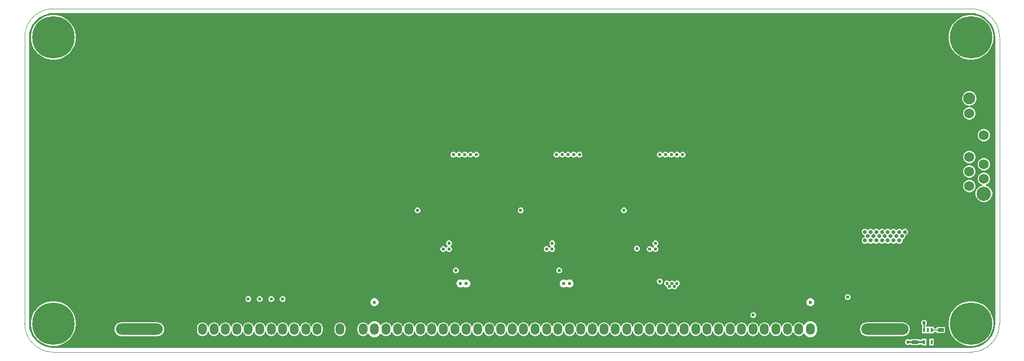
<source format=gtl>
G04*
G04 #@! TF.GenerationSoftware,Altium Limited,Altium Designer,23.4.1 (23)*
G04*
G04 Layer_Physical_Order=1*
G04 Layer_Color=39168*
%FSLAX44Y44*%
%MOMM*%
G71*
G04*
G04 #@! TF.SameCoordinates,58649B99-4679-472A-8ADD-EDA87348F3DE*
G04*
G04*
G04 #@! TF.FilePolarity,Positive*
G04*
G01*
G75*
%ADD11C,0.1000*%
%ADD16R,1.3500X0.6500*%
%ADD17R,0.3500X0.8000*%
%ADD18R,0.9906X0.6604*%
%ADD32C,0.2000*%
%ADD33C,0.3500*%
%ADD34C,1.5000*%
%ADD35C,7.4000*%
%ADD36C,2.1000*%
%ADD37C,1.7500*%
%ADD38C,2.5000*%
%ADD39O,2.2500X2.0000*%
%ADD40R,4.0000X2.0000*%
%ADD41O,1.5000X2.0000*%
%ADD42C,0.6000*%
%ADD43C,0.7000*%
G36*
X1650000Y592451D02*
Y592451D01*
X1651242Y592383D01*
X1655543Y592101D01*
X1660990Y591017D01*
X1666250Y589231D01*
X1671232Y586775D01*
X1675850Y583689D01*
X1680027Y580027D01*
X1683689Y575850D01*
X1686775Y571232D01*
X1689232Y566250D01*
X1691017Y560990D01*
X1692101Y555543D01*
X1692461Y550049D01*
X1692451Y550000D01*
Y50000D01*
X1692461Y49951D01*
X1692101Y44457D01*
X1691017Y39009D01*
X1689232Y33750D01*
X1686775Y28768D01*
X1683689Y24150D01*
X1680027Y19973D01*
X1675850Y16311D01*
X1671232Y13225D01*
X1666250Y10768D01*
X1660990Y8983D01*
X1655543Y7899D01*
X1650049Y7539D01*
X1650000Y7549D01*
X50000D01*
X49951Y7539D01*
X44457Y7899D01*
X39009Y8983D01*
X33750Y10768D01*
X28768Y13225D01*
X24150Y16311D01*
X19973Y19973D01*
X16311Y24150D01*
X13225Y28768D01*
X10769Y33750D01*
X8983Y39009D01*
X7899Y44457D01*
X7618Y48751D01*
X7549Y50000D01*
X7549Y50000D01*
X7549Y51255D01*
Y548737D01*
X7549Y548749D01*
X7549Y550000D01*
X7617Y551242D01*
X7899Y555543D01*
X8983Y560990D01*
X10769Y566250D01*
X13225Y571232D01*
X16311Y575850D01*
X19973Y580027D01*
X24150Y583689D01*
X28768Y586775D01*
X33750Y589231D01*
X39009Y591017D01*
X44457Y592101D01*
X48748Y592382D01*
X50000Y592451D01*
X50000Y592451D01*
X51251Y592451D01*
X1648742D01*
X1650000Y592451D01*
D02*
G37*
%LPC*%
G36*
X1653069Y589000D02*
X1646931D01*
X1640867Y588040D01*
X1635029Y586143D01*
X1629560Y583356D01*
X1624593Y579748D01*
X1620253Y575407D01*
X1616644Y570440D01*
X1613857Y564971D01*
X1611960Y559132D01*
X1611000Y553069D01*
Y546931D01*
X1611960Y540868D01*
X1613857Y535029D01*
X1616644Y529560D01*
X1620253Y524593D01*
X1624593Y520252D01*
X1629560Y516644D01*
X1635029Y513857D01*
X1640867Y511960D01*
X1646931Y511000D01*
X1653069D01*
X1659133Y511960D01*
X1664971Y513857D01*
X1670440Y516644D01*
X1675407Y520252D01*
X1679747Y524593D01*
X1683356Y529560D01*
X1686143Y535029D01*
X1688040Y540868D01*
X1689000Y546931D01*
Y553069D01*
X1688040Y559132D01*
X1686143Y564971D01*
X1683356Y570440D01*
X1679747Y575407D01*
X1675407Y579748D01*
X1670440Y583356D01*
X1664971Y586143D01*
X1659133Y588040D01*
X1653069Y589000D01*
D02*
G37*
G36*
X53069D02*
X46931D01*
X40868Y588040D01*
X35029Y586143D01*
X29560Y583356D01*
X24593Y579748D01*
X20252Y575407D01*
X16644Y570440D01*
X13857Y564971D01*
X11960Y559132D01*
X11000Y553069D01*
Y546931D01*
X11960Y540868D01*
X13857Y535029D01*
X16644Y529560D01*
X20252Y524593D01*
X24593Y520252D01*
X29560Y516644D01*
X35029Y513857D01*
X40868Y511960D01*
X46931Y511000D01*
X53069D01*
X59132Y511960D01*
X64971Y513857D01*
X70440Y516644D01*
X75407Y520252D01*
X79748Y524593D01*
X83356Y529560D01*
X86143Y535029D01*
X88040Y540868D01*
X89000Y546931D01*
Y553069D01*
X88040Y559132D01*
X86143Y564971D01*
X83356Y570440D01*
X79748Y575407D01*
X75407Y579748D01*
X70440Y583356D01*
X64971Y586143D01*
X59132Y588040D01*
X53069Y589000D01*
D02*
G37*
G36*
X1648946Y455650D02*
X1645654D01*
X1642475Y454798D01*
X1639625Y453153D01*
X1637298Y450825D01*
X1635652Y447975D01*
X1634800Y444796D01*
Y441504D01*
X1635652Y438325D01*
X1637298Y435475D01*
X1639625Y433148D01*
X1642475Y431502D01*
X1645654Y430650D01*
X1648946D01*
X1652125Y431502D01*
X1654975Y433148D01*
X1657303Y435475D01*
X1658948Y438325D01*
X1659800Y441504D01*
Y444796D01*
X1658948Y447975D01*
X1657303Y450825D01*
X1654975Y453153D01*
X1652125Y454798D01*
X1648946Y455650D01*
D02*
G37*
G36*
X1648715Y427900D02*
X1645885D01*
X1643151Y427167D01*
X1640699Y425752D01*
X1638698Y423751D01*
X1637283Y421299D01*
X1636550Y418565D01*
Y415735D01*
X1637283Y413001D01*
X1638698Y410549D01*
X1640699Y408548D01*
X1643151Y407133D01*
X1645885Y406400D01*
X1648715D01*
X1651449Y407133D01*
X1653901Y408548D01*
X1655902Y410549D01*
X1657317Y413001D01*
X1658050Y415735D01*
Y418565D01*
X1657317Y421299D01*
X1655902Y423751D01*
X1653901Y425752D01*
X1651449Y427167D01*
X1648715Y427900D01*
D02*
G37*
G36*
X1674115Y389800D02*
X1671285D01*
X1668551Y389067D01*
X1666099Y387652D01*
X1664098Y385651D01*
X1662683Y383199D01*
X1661950Y380465D01*
Y377635D01*
X1662683Y374901D01*
X1664098Y372449D01*
X1666099Y370448D01*
X1668551Y369033D01*
X1671285Y368300D01*
X1674115D01*
X1676849Y369033D01*
X1679301Y370448D01*
X1681302Y372449D01*
X1682717Y374901D01*
X1683450Y377635D01*
Y380465D01*
X1682717Y383199D01*
X1681302Y385651D01*
X1679301Y387652D01*
X1676849Y389067D01*
X1674115Y389800D01*
D02*
G37*
G36*
X1148494Y350000D02*
X1146505D01*
X1144668Y349239D01*
X1143261Y347832D01*
X1143135Y347528D01*
X1141865D01*
X1141739Y347832D01*
X1140332Y349239D01*
X1138494Y350000D01*
X1136505D01*
X1134668Y349239D01*
X1133261Y347832D01*
X1133135Y347528D01*
X1131865D01*
X1131739Y347832D01*
X1130332Y349239D01*
X1128494Y350000D01*
X1126505D01*
X1124668Y349239D01*
X1123261Y347832D01*
X1123187Y347654D01*
X1121813D01*
X1121739Y347832D01*
X1120332Y349239D01*
X1118494Y350000D01*
X1116505D01*
X1114668Y349239D01*
X1113261Y347832D01*
X1113187Y347654D01*
X1111813D01*
X1111739Y347832D01*
X1110332Y349239D01*
X1108494Y350000D01*
X1106505D01*
X1104668Y349239D01*
X1103261Y347832D01*
X1102500Y345995D01*
Y344006D01*
X1103261Y342168D01*
X1104668Y340761D01*
X1106505Y340000D01*
X1108494D01*
X1110332Y340761D01*
X1111739Y342168D01*
X1111813Y342346D01*
X1113187D01*
X1113261Y342168D01*
X1114668Y340761D01*
X1116505Y340000D01*
X1118494D01*
X1120332Y340761D01*
X1121739Y342168D01*
X1121813Y342346D01*
X1123187D01*
X1123261Y342168D01*
X1124668Y340761D01*
X1126505Y340000D01*
X1128494D01*
X1130332Y340761D01*
X1131739Y342168D01*
X1131865Y342472D01*
X1133135D01*
X1133261Y342168D01*
X1134668Y340761D01*
X1136505Y340000D01*
X1138494D01*
X1140332Y340761D01*
X1141739Y342168D01*
X1141865Y342472D01*
X1143135D01*
X1143261Y342168D01*
X1144668Y340761D01*
X1146505Y340000D01*
X1148494D01*
X1150332Y340761D01*
X1151739Y342168D01*
X1152500Y344006D01*
Y345995D01*
X1151739Y347832D01*
X1150332Y349239D01*
X1148494Y350000D01*
D02*
G37*
G36*
X968494Y350000D02*
X966505D01*
X964668Y349239D01*
X963261Y347832D01*
X963135Y347528D01*
X961865D01*
X961739Y347832D01*
X960332Y349239D01*
X958495Y350000D01*
X956506D01*
X954668Y349239D01*
X953261Y347832D01*
X953135Y347528D01*
X951865D01*
X951739Y347832D01*
X950332Y349239D01*
X948495Y350000D01*
X946506D01*
X944668Y349239D01*
X943261Y347832D01*
X943187Y347654D01*
X941813D01*
X941739Y347832D01*
X940332Y349239D01*
X938495Y350000D01*
X936506D01*
X934668Y349239D01*
X933261Y347832D01*
X933187Y347654D01*
X931813D01*
X931739Y347832D01*
X930332Y349239D01*
X928495Y350000D01*
X926506D01*
X924668Y349239D01*
X923261Y347832D01*
X922500Y345995D01*
Y344006D01*
X923261Y342168D01*
X924668Y340761D01*
X926506Y340000D01*
X928495D01*
X930332Y340761D01*
X931739Y342168D01*
X931813Y342346D01*
X933187D01*
X933261Y342168D01*
X934668Y340761D01*
X936506Y340000D01*
X938495D01*
X940332Y340761D01*
X941739Y342168D01*
X941813Y342346D01*
X943187D01*
X943261Y342168D01*
X944668Y340761D01*
X946506Y340000D01*
X948495D01*
X950332Y340761D01*
X951739Y342168D01*
X951865Y342472D01*
X953135D01*
X953261Y342168D01*
X954668Y340761D01*
X956506Y340000D01*
X958495D01*
X960332Y340761D01*
X961739Y342168D01*
X961865Y342472D01*
X963135D01*
X963261Y342168D01*
X964668Y340761D01*
X966505Y340000D01*
X968494D01*
X970332Y340761D01*
X971739Y342168D01*
X972500Y344006D01*
Y345995D01*
X971739Y347832D01*
X970332Y349239D01*
X968494Y350000D01*
D02*
G37*
G36*
X788494D02*
X786505D01*
X784668Y349239D01*
X783261Y347832D01*
X783135Y347528D01*
X781865D01*
X781739Y347832D01*
X780332Y349239D01*
X778495Y350000D01*
X776506D01*
X774668Y349239D01*
X773261Y347832D01*
X773135Y347528D01*
X771865D01*
X771739Y347832D01*
X770332Y349239D01*
X768495Y350000D01*
X766506D01*
X764668Y349239D01*
X763261Y347832D01*
X763187Y347654D01*
X761813D01*
X761739Y347832D01*
X760332Y349239D01*
X758495Y350000D01*
X756506D01*
X754668Y349239D01*
X753261Y347832D01*
X753187Y347654D01*
X751813D01*
X751739Y347832D01*
X750332Y349239D01*
X748495Y350000D01*
X746506D01*
X744668Y349239D01*
X743261Y347832D01*
X742500Y345995D01*
Y344006D01*
X743261Y342168D01*
X744668Y340761D01*
X746506Y340000D01*
X748495D01*
X750332Y340761D01*
X751739Y342168D01*
X751813Y342346D01*
X753187D01*
X753261Y342168D01*
X754668Y340761D01*
X756506Y340000D01*
X758495D01*
X760332Y340761D01*
X761739Y342168D01*
X761813Y342346D01*
X763187D01*
X763261Y342168D01*
X764668Y340761D01*
X766506Y340000D01*
X768495D01*
X770332Y340761D01*
X771739Y342168D01*
X771865Y342472D01*
X773135D01*
X773261Y342168D01*
X774668Y340761D01*
X776506Y340000D01*
X778495D01*
X780332Y340761D01*
X781739Y342168D01*
X781865Y342472D01*
X783135D01*
X783261Y342168D01*
X784668Y340761D01*
X786505Y340000D01*
X788494D01*
X790332Y340761D01*
X791739Y342168D01*
X792500Y344006D01*
Y345995D01*
X791739Y347832D01*
X790332Y349239D01*
X788494Y350000D01*
D02*
G37*
G36*
X1648715Y351700D02*
X1645885D01*
X1643151Y350967D01*
X1640699Y349552D01*
X1638698Y347551D01*
X1637283Y345099D01*
X1636550Y342365D01*
Y339535D01*
X1637283Y336801D01*
X1638698Y334349D01*
X1640699Y332348D01*
X1643151Y330933D01*
X1645885Y330200D01*
X1648715D01*
X1651449Y330933D01*
X1653901Y332348D01*
X1655902Y334349D01*
X1657317Y336801D01*
X1658050Y339535D01*
Y342365D01*
X1657317Y345099D01*
X1655902Y347551D01*
X1653901Y349552D01*
X1651449Y350967D01*
X1648715Y351700D01*
D02*
G37*
G36*
X1674115Y339000D02*
X1671285D01*
X1668551Y338267D01*
X1666099Y336852D01*
X1664098Y334851D01*
X1662683Y332399D01*
X1661950Y329665D01*
Y326835D01*
X1662683Y324101D01*
X1664098Y321649D01*
X1666099Y319648D01*
X1668551Y318233D01*
X1671285Y317500D01*
X1674115D01*
X1676849Y318233D01*
X1679301Y319648D01*
X1681302Y321649D01*
X1682717Y324101D01*
X1683450Y326835D01*
Y329665D01*
X1682717Y332399D01*
X1681302Y334851D01*
X1679301Y336852D01*
X1676849Y338267D01*
X1674115Y339000D01*
D02*
G37*
G36*
X1648715Y326300D02*
X1645885D01*
X1643151Y325567D01*
X1640699Y324152D01*
X1638698Y322151D01*
X1637283Y319699D01*
X1636550Y316965D01*
Y314135D01*
X1637283Y311401D01*
X1638698Y308949D01*
X1640699Y306948D01*
X1643151Y305533D01*
X1645885Y304800D01*
X1648715D01*
X1651449Y305533D01*
X1653901Y306948D01*
X1655902Y308949D01*
X1657317Y311401D01*
X1658050Y314135D01*
Y316965D01*
X1657317Y319699D01*
X1655902Y322151D01*
X1653901Y324152D01*
X1651449Y325567D01*
X1648715Y326300D01*
D02*
G37*
G36*
Y300900D02*
X1645885D01*
X1643151Y300167D01*
X1640699Y298752D01*
X1638698Y296751D01*
X1637283Y294299D01*
X1636550Y291565D01*
Y288735D01*
X1637283Y286001D01*
X1638698Y283549D01*
X1640699Y281548D01*
X1643151Y280133D01*
X1645885Y279400D01*
X1648715D01*
X1651449Y280133D01*
X1653901Y281548D01*
X1655902Y283549D01*
X1657317Y286001D01*
X1658050Y288735D01*
Y291565D01*
X1657317Y294299D01*
X1655902Y296751D01*
X1653901Y298752D01*
X1651449Y300167D01*
X1648715Y300900D01*
D02*
G37*
G36*
X1674115Y313600D02*
X1671285D01*
X1668551Y312867D01*
X1666099Y311452D01*
X1664098Y309451D01*
X1662683Y306999D01*
X1661950Y304265D01*
Y301435D01*
X1662683Y298701D01*
X1664098Y296249D01*
X1666099Y294248D01*
X1668551Y292833D01*
X1669984Y292449D01*
Y291134D01*
X1667103Y290362D01*
X1663797Y288453D01*
X1661097Y285753D01*
X1659188Y282447D01*
X1658200Y278759D01*
Y274941D01*
X1659188Y271253D01*
X1661097Y267947D01*
X1663797Y265247D01*
X1667103Y263338D01*
X1670791Y262350D01*
X1674609D01*
X1678297Y263338D01*
X1681603Y265247D01*
X1684303Y267947D01*
X1686212Y271253D01*
X1687200Y274941D01*
Y278759D01*
X1686212Y282447D01*
X1684303Y285753D01*
X1681603Y288453D01*
X1678297Y290362D01*
X1675416Y291134D01*
Y292449D01*
X1676849Y292833D01*
X1679301Y294248D01*
X1681302Y296249D01*
X1682717Y298701D01*
X1683450Y301435D01*
Y304265D01*
X1682717Y306999D01*
X1681302Y309451D01*
X1679301Y311452D01*
X1676849Y312867D01*
X1674115Y313600D01*
D02*
G37*
G36*
X1045994Y252500D02*
X1044005D01*
X1042168Y251739D01*
X1040761Y250332D01*
X1040000Y248495D01*
Y246506D01*
X1040761Y244668D01*
X1042168Y243261D01*
X1044005Y242500D01*
X1045994D01*
X1047832Y243261D01*
X1049239Y244668D01*
X1050000Y246506D01*
Y248495D01*
X1049239Y250332D01*
X1047832Y251739D01*
X1045994Y252500D01*
D02*
G37*
G36*
X865995Y252500D02*
X864005D01*
X862168Y251739D01*
X860761Y250332D01*
X860000Y248495D01*
Y246506D01*
X860761Y244668D01*
X862168Y243261D01*
X864005Y242500D01*
X865995D01*
X867832Y243261D01*
X869239Y244668D01*
X870000Y246506D01*
Y248495D01*
X869239Y250332D01*
X867832Y251739D01*
X865995Y252500D01*
D02*
G37*
G36*
X685995D02*
X684005D01*
X682168Y251739D01*
X680761Y250332D01*
X680000Y248495D01*
Y246506D01*
X680761Y244668D01*
X682168Y243261D01*
X684005Y242500D01*
X685995D01*
X687832Y243261D01*
X689239Y244668D01*
X690000Y246506D01*
Y248495D01*
X689239Y250332D01*
X687832Y251739D01*
X685995Y252500D01*
D02*
G37*
G36*
X1536094Y215500D02*
X1533906D01*
X1531884Y214663D01*
X1530830Y213608D01*
X1530000Y213258D01*
X1529170Y213608D01*
X1528116Y214663D01*
X1526094Y215500D01*
X1523906D01*
X1521884Y214663D01*
X1520830Y213608D01*
X1520000Y213258D01*
X1519170Y213608D01*
X1518116Y214663D01*
X1516094Y215500D01*
X1513906D01*
X1511884Y214663D01*
X1510830Y213608D01*
X1510000Y213258D01*
X1509170Y213608D01*
X1508116Y214663D01*
X1506094Y215500D01*
X1503906D01*
X1501884Y214663D01*
X1500830Y213608D01*
X1500000Y213258D01*
X1499170Y213608D01*
X1498116Y214663D01*
X1496094Y215500D01*
X1493906D01*
X1491884Y214663D01*
X1490830Y213608D01*
X1490000Y213258D01*
X1489170Y213608D01*
X1488116Y214663D01*
X1486094Y215500D01*
X1483906D01*
X1481884Y214663D01*
X1480830Y213608D01*
X1480000Y213258D01*
X1479170Y213608D01*
X1478116Y214663D01*
X1476094Y215500D01*
X1473906D01*
X1471884Y214663D01*
X1470830Y213608D01*
X1470000Y213258D01*
X1469170Y213608D01*
X1468116Y214663D01*
X1466094Y215500D01*
X1463906D01*
X1461884Y214663D01*
X1460337Y213116D01*
X1459500Y211094D01*
Y208906D01*
X1460337Y206884D01*
X1461884Y205337D01*
X1463906Y204500D01*
X1464504Y203605D01*
X1464500Y203594D01*
Y201406D01*
X1463789Y200452D01*
X1461884Y199663D01*
X1460337Y198116D01*
X1459500Y196094D01*
Y193906D01*
X1460337Y191884D01*
X1461884Y190337D01*
X1463906Y189500D01*
X1466094D01*
X1468116Y190337D01*
X1469170Y191392D01*
X1470000Y191742D01*
X1470830Y191392D01*
X1471884Y190337D01*
X1473906Y189500D01*
X1476094D01*
X1478116Y190337D01*
X1479170Y191392D01*
X1480000Y191742D01*
X1480830Y191392D01*
X1481884Y190337D01*
X1483906Y189500D01*
X1486094D01*
X1488116Y190337D01*
X1489170Y191392D01*
X1490000Y191742D01*
X1490830Y191392D01*
X1491884Y190337D01*
X1493906Y189500D01*
X1496094D01*
X1498116Y190337D01*
X1499170Y191392D01*
X1500000Y191742D01*
X1500830Y191392D01*
X1501884Y190337D01*
X1503906Y189500D01*
X1506094D01*
X1508116Y190337D01*
X1509170Y191392D01*
X1510000Y191742D01*
X1510830Y191392D01*
X1511884Y190337D01*
X1513906Y189500D01*
X1516094D01*
X1518116Y190337D01*
X1519170Y191392D01*
X1520000Y191742D01*
X1520830Y191392D01*
X1521884Y190337D01*
X1523906Y189500D01*
X1526094D01*
X1528116Y190337D01*
X1529663Y191884D01*
X1530500Y193906D01*
Y196094D01*
X1531211Y197048D01*
X1533116Y197837D01*
X1534663Y199384D01*
X1535500Y201406D01*
Y203594D01*
X1536211Y204548D01*
X1538116Y205337D01*
X1539663Y206884D01*
X1540500Y208906D01*
Y211094D01*
X1539663Y213116D01*
X1538116Y214663D01*
X1536094Y215500D01*
D02*
G37*
G36*
X1100994Y195000D02*
X1099005D01*
X1097168Y194239D01*
X1095761Y192832D01*
X1095000Y190995D01*
Y189006D01*
X1095761Y187168D01*
X1097168Y185761D01*
X1097346Y185687D01*
Y184313D01*
X1097168Y184239D01*
X1095761Y182832D01*
X1095635Y182528D01*
X1094365D01*
X1094239Y182832D01*
X1092832Y184239D01*
X1090994Y185000D01*
X1089005D01*
X1087168Y184239D01*
X1085761Y182832D01*
X1085000Y180995D01*
Y179006D01*
X1085761Y177168D01*
X1087168Y175761D01*
X1089005Y175000D01*
X1090994D01*
X1092832Y175761D01*
X1094239Y177168D01*
X1094365Y177472D01*
X1095635D01*
X1095761Y177168D01*
X1097168Y175761D01*
X1099005Y175000D01*
X1100994D01*
X1102832Y175761D01*
X1104239Y177168D01*
X1105000Y179006D01*
Y180995D01*
X1104239Y182832D01*
X1102832Y184239D01*
X1102654Y184313D01*
Y185687D01*
X1102832Y185761D01*
X1104239Y187168D01*
X1105000Y189006D01*
Y190995D01*
X1104239Y192832D01*
X1102832Y194239D01*
X1100994Y195000D01*
D02*
G37*
G36*
X920995Y195000D02*
X919005D01*
X917168Y194239D01*
X915761Y192832D01*
X915000Y190995D01*
Y189006D01*
X915761Y187168D01*
X917168Y185761D01*
X917346Y185687D01*
Y184313D01*
X917168Y184239D01*
X915761Y182832D01*
X915635Y182528D01*
X914365D01*
X914239Y182832D01*
X912832Y184239D01*
X910995Y185000D01*
X909005D01*
X907168Y184239D01*
X905761Y182832D01*
X905000Y180995D01*
Y179005D01*
X905761Y177168D01*
X907168Y175761D01*
X909005Y175000D01*
X910995D01*
X912832Y175761D01*
X914239Y177168D01*
X914365Y177472D01*
X915635D01*
X915761Y177168D01*
X917168Y175761D01*
X919005Y175000D01*
X920994D01*
X922832Y175761D01*
X924239Y177168D01*
X925000Y179006D01*
Y180995D01*
X924239Y182832D01*
X922832Y184239D01*
X922654Y184313D01*
Y185687D01*
X922832Y185761D01*
X924239Y187168D01*
X925000Y189006D01*
Y190995D01*
X924239Y192832D01*
X922832Y194239D01*
X920995Y195000D01*
D02*
G37*
G36*
X740995D02*
X739005D01*
X737168Y194239D01*
X735761Y192832D01*
X735000Y190995D01*
Y189006D01*
X735761Y187168D01*
X737168Y185761D01*
X737346Y185687D01*
Y184313D01*
X737168Y184239D01*
X735761Y182832D01*
X735635Y182528D01*
X734365D01*
X734239Y182832D01*
X732832Y184239D01*
X730995Y185000D01*
X729006D01*
X727168Y184239D01*
X725761Y182832D01*
X725000Y180995D01*
Y179005D01*
X725761Y177168D01*
X727168Y175761D01*
X729006Y175000D01*
X730995D01*
X732832Y175761D01*
X734239Y177168D01*
X734365Y177472D01*
X735635D01*
X735761Y177168D01*
X737168Y175761D01*
X739005Y175000D01*
X740994D01*
X742832Y175761D01*
X744239Y177168D01*
X745000Y179006D01*
Y180995D01*
X744239Y182832D01*
X742832Y184239D01*
X742654Y184313D01*
Y185687D01*
X742832Y185761D01*
X744239Y187168D01*
X745000Y189006D01*
Y190995D01*
X744239Y192832D01*
X742832Y194239D01*
X740995Y195000D01*
D02*
G37*
G36*
X1068493Y186000D02*
X1066504D01*
X1064666Y185239D01*
X1063259Y183832D01*
X1062498Y181995D01*
Y180006D01*
X1063259Y178168D01*
X1064666Y176761D01*
X1066504Y176000D01*
X1068493D01*
X1070331Y176761D01*
X1071737Y178168D01*
X1072498Y180006D01*
Y181995D01*
X1071737Y183832D01*
X1070331Y185239D01*
X1068493Y186000D01*
D02*
G37*
G36*
X933000Y147500D02*
X931011D01*
X929174Y146739D01*
X927767Y145332D01*
X927006Y143495D01*
Y141505D01*
X927767Y139668D01*
X929174Y138261D01*
X931011Y137500D01*
X933000D01*
X934838Y138261D01*
X936245Y139668D01*
X937006Y141505D01*
Y143495D01*
X936245Y145332D01*
X934838Y146739D01*
X933000Y147500D01*
D02*
G37*
G36*
X753001D02*
X751011D01*
X749174Y146739D01*
X747767Y145332D01*
X747006Y143495D01*
Y141505D01*
X747767Y139668D01*
X749174Y138261D01*
X751011Y137500D01*
X753001D01*
X754838Y138261D01*
X756245Y139668D01*
X757006Y141505D01*
Y143495D01*
X756245Y145332D01*
X754838Y146739D01*
X753001Y147500D01*
D02*
G37*
G36*
X950922Y127000D02*
X949078D01*
X947298Y126523D01*
X945702Y125601D01*
X945000Y124900D01*
X944298Y125601D01*
X942702Y126523D01*
X940922Y127000D01*
X939078D01*
X937298Y126523D01*
X935702Y125601D01*
X934399Y124298D01*
X933477Y122702D01*
X933000Y120922D01*
Y119078D01*
X933477Y117298D01*
X934399Y115702D01*
X935702Y114399D01*
X937298Y113477D01*
X939078Y113000D01*
X940922D01*
X942702Y113477D01*
X944298Y114399D01*
X945000Y115100D01*
X945702Y114399D01*
X947298Y113477D01*
X949078Y113000D01*
X950922D01*
X952702Y113477D01*
X954298Y114399D01*
X955601Y115702D01*
X956523Y117298D01*
X957000Y119079D01*
Y120922D01*
X956523Y122702D01*
X955601Y124298D01*
X954298Y125601D01*
X952702Y126523D01*
X950922Y127000D01*
D02*
G37*
G36*
X770922D02*
X769078D01*
X767298Y126523D01*
X765702Y125601D01*
X765000Y124900D01*
X764298Y125601D01*
X762702Y126523D01*
X760922Y127000D01*
X759078D01*
X757298Y126523D01*
X755702Y125601D01*
X754399Y124298D01*
X753477Y122702D01*
X753000Y120922D01*
Y119078D01*
X753477Y117298D01*
X754399Y115702D01*
X755702Y114399D01*
X757298Y113477D01*
X759078Y113000D01*
X760922D01*
X762702Y113477D01*
X764298Y114399D01*
X765000Y115100D01*
X765702Y114399D01*
X767298Y113477D01*
X769078Y113000D01*
X770922D01*
X772702Y113477D01*
X774298Y114399D01*
X775601Y115702D01*
X776523Y117298D01*
X777000Y119079D01*
Y120922D01*
X776523Y122702D01*
X775601Y124298D01*
X774298Y125601D01*
X772702Y126523D01*
X770922Y127000D01*
D02*
G37*
G36*
X1138494Y125000D02*
X1136505D01*
X1134668Y124239D01*
X1133955Y123526D01*
X1133125Y122930D01*
X1132295Y123526D01*
X1131582Y124239D01*
X1129744Y125000D01*
X1127755D01*
X1125918Y124239D01*
X1125205Y123526D01*
X1124375Y122930D01*
X1123545Y123526D01*
X1122832Y124239D01*
X1120995Y125000D01*
X1119005D01*
X1117168Y124239D01*
X1115761Y122832D01*
X1115000Y120995D01*
Y119005D01*
X1115761Y117168D01*
X1117168Y115761D01*
X1119005Y115000D01*
X1119375D01*
Y113755D01*
X1120136Y111918D01*
X1121543Y110511D01*
X1123380Y109750D01*
X1125369D01*
X1127207Y110511D01*
X1127920Y111224D01*
X1128750Y111820D01*
X1129580Y111224D01*
X1130293Y110511D01*
X1132130Y109750D01*
X1134119D01*
X1135957Y110511D01*
X1137364Y111918D01*
X1138125Y113755D01*
Y115000D01*
X1138494D01*
X1140332Y115761D01*
X1141739Y117168D01*
X1142500Y119005D01*
Y120995D01*
X1141739Y122832D01*
X1140332Y124239D01*
X1138494Y125000D01*
D02*
G37*
G36*
X1108501Y128500D02*
X1106511D01*
X1104674Y127739D01*
X1103267Y126333D01*
X1102506Y124495D01*
Y122506D01*
X1103267Y120668D01*
X1104674Y119262D01*
X1106511Y118500D01*
X1108501D01*
X1110338Y119262D01*
X1111745Y120668D01*
X1112506Y122506D01*
Y124495D01*
X1111745Y126333D01*
X1110338Y127739D01*
X1108501Y128500D01*
D02*
G37*
G36*
X1435995Y100994D02*
X1434005D01*
X1432168Y100233D01*
X1430761Y98826D01*
X1430000Y96989D01*
Y94999D01*
X1430761Y93162D01*
X1432168Y91755D01*
X1434005Y90994D01*
X1435995D01*
X1437832Y91755D01*
X1439239Y93162D01*
X1440000Y94999D01*
Y96989D01*
X1439239Y98826D01*
X1437832Y100233D01*
X1435995Y100994D01*
D02*
G37*
G36*
X450995Y97500D02*
X449006D01*
X447168Y96739D01*
X445761Y95332D01*
X445000Y93495D01*
Y91505D01*
X445761Y89668D01*
X447168Y88261D01*
X449006Y87500D01*
X450995D01*
X452832Y88261D01*
X454239Y89668D01*
X455000Y91505D01*
Y93495D01*
X454239Y95332D01*
X452832Y96739D01*
X450995Y97500D01*
D02*
G37*
G36*
X430994D02*
X429005D01*
X427168Y96739D01*
X425761Y95332D01*
X425000Y93495D01*
Y91505D01*
X425761Y89668D01*
X427168Y88261D01*
X429005Y87500D01*
X430994D01*
X432832Y88261D01*
X434239Y89668D01*
X435000Y91505D01*
Y93495D01*
X434239Y95332D01*
X432832Y96739D01*
X430994Y97500D01*
D02*
G37*
G36*
X410994D02*
X409005D01*
X407168Y96739D01*
X405761Y95332D01*
X405000Y93495D01*
Y91505D01*
X405761Y89668D01*
X407168Y88261D01*
X409005Y87500D01*
X410994D01*
X412832Y88261D01*
X414239Y89668D01*
X415000Y91505D01*
Y93495D01*
X414239Y95332D01*
X412832Y96739D01*
X410994Y97500D01*
D02*
G37*
G36*
X390995Y97500D02*
X389006D01*
X387168Y96739D01*
X385761Y95332D01*
X385000Y93495D01*
Y91505D01*
X385761Y89668D01*
X387168Y88261D01*
X389006Y87500D01*
X390995D01*
X392832Y88261D01*
X394239Y89668D01*
X395000Y91505D01*
Y93495D01*
X394239Y95332D01*
X392832Y96739D01*
X390995Y97500D01*
D02*
G37*
G36*
X1370921Y94253D02*
X1369078D01*
X1367298Y93776D01*
X1365702Y92854D01*
X1364399Y91551D01*
X1363477Y89955D01*
X1363000Y88175D01*
Y86332D01*
X1363477Y84551D01*
X1364399Y82955D01*
X1365702Y81652D01*
X1367298Y80730D01*
X1369078Y80253D01*
X1370921D01*
X1372702Y80730D01*
X1374298Y81652D01*
X1375601Y82955D01*
X1376523Y84551D01*
X1377000Y86332D01*
Y88175D01*
X1376523Y89955D01*
X1375601Y91551D01*
X1374298Y92854D01*
X1372702Y93776D01*
X1370921Y94253D01*
D02*
G37*
G36*
X610922D02*
X609078D01*
X607298Y93776D01*
X605702Y92854D01*
X604399Y91551D01*
X603477Y89955D01*
X603000Y88175D01*
Y86332D01*
X603477Y84551D01*
X604399Y82955D01*
X605702Y81652D01*
X607298Y80730D01*
X609078Y80253D01*
X610922D01*
X612702Y80730D01*
X614298Y81652D01*
X615601Y82955D01*
X616523Y84551D01*
X617000Y86332D01*
Y88175D01*
X616523Y89955D01*
X615601Y91551D01*
X614298Y92854D01*
X612702Y93776D01*
X610922Y94253D01*
D02*
G37*
G36*
X1271487Y69508D02*
X1269497D01*
X1267660Y68747D01*
X1266253Y67340D01*
X1265492Y65503D01*
Y63513D01*
X1266253Y61676D01*
X1267660Y60269D01*
X1269497Y59508D01*
X1271487D01*
X1273324Y60269D01*
X1274731Y61676D01*
X1275492Y63513D01*
Y65503D01*
X1274731Y67340D01*
X1273324Y68747D01*
X1271487Y69508D01*
D02*
G37*
G36*
X231250Y52104D02*
X228750D01*
X227964Y52000D01*
X188000D01*
Y52000D01*
X172037D01*
X171250Y52104D01*
X168750D01*
X165617Y51691D01*
X162698Y50482D01*
X160191Y48559D01*
X158268Y46052D01*
X157059Y43133D01*
X156646Y40000D01*
X157059Y36867D01*
X158268Y33948D01*
X160191Y31442D01*
X162698Y29518D01*
X165617Y28309D01*
X168750Y27896D01*
X171250D01*
X172037Y28000D01*
X212000D01*
Y28000D01*
X227964D01*
X228750Y27896D01*
X231250D01*
X234383Y28309D01*
X237302Y29518D01*
X239809Y31442D01*
X241732Y33948D01*
X242941Y36867D01*
X243354Y40000D01*
X242941Y43133D01*
X241732Y46052D01*
X239809Y48559D01*
X237302Y50482D01*
X234383Y51691D01*
X231250Y52104D01*
D02*
G37*
G36*
X1531250D02*
X1528750D01*
X1527964Y52000D01*
X1488000D01*
Y52000D01*
X1472037D01*
X1471250Y52104D01*
X1468750D01*
X1465617Y51691D01*
X1462698Y50482D01*
X1460191Y48559D01*
X1458268Y46052D01*
X1457059Y43133D01*
X1456647Y40000D01*
X1457059Y36867D01*
X1458268Y33948D01*
X1460191Y31442D01*
X1462698Y29518D01*
X1465617Y28309D01*
X1468750Y27896D01*
X1471250D01*
X1472037Y28000D01*
X1512000D01*
Y28000D01*
X1527963D01*
X1528750Y27896D01*
X1531250D01*
X1534383Y28309D01*
X1537302Y29518D01*
X1539809Y31442D01*
X1541732Y33948D01*
X1542941Y36867D01*
X1543354Y40000D01*
X1542941Y43133D01*
X1541732Y46052D01*
X1539809Y48559D01*
X1537302Y50482D01*
X1534383Y51691D01*
X1531250Y52104D01*
D02*
G37*
G36*
X1370001Y54099D02*
X1366998Y53704D01*
X1364201Y52545D01*
X1361799Y50702D01*
X1359955Y48300D01*
X1359538Y47291D01*
X1359215D01*
X1358211Y47406D01*
X1356776Y49275D01*
X1354792Y50798D01*
X1352481Y51755D01*
X1350001Y52082D01*
X1347521Y51755D01*
X1345210Y50798D01*
X1343225Y49275D01*
X1341702Y47291D01*
X1340745Y44980D01*
X1340641Y44190D01*
X1339360D01*
X1339256Y44980D01*
X1338299Y47291D01*
X1336776Y49275D01*
X1334792Y50798D01*
X1332481Y51755D01*
X1330001Y52082D01*
X1327521Y51755D01*
X1325210Y50798D01*
X1323225Y49275D01*
X1321702Y47291D01*
X1320745Y44980D01*
X1320641Y44189D01*
X1319360D01*
X1319256Y44980D01*
X1318299Y47291D01*
X1316776Y49275D01*
X1314792Y50798D01*
X1312480Y51755D01*
X1310000Y52082D01*
X1307520Y51755D01*
X1305210Y50798D01*
X1303225Y49275D01*
X1301702Y47291D01*
X1300745Y44980D01*
X1300641Y44190D01*
X1299360D01*
X1299256Y44980D01*
X1298299Y47291D01*
X1296776Y49275D01*
X1294792Y50798D01*
X1292481Y51755D01*
X1290001Y52082D01*
X1287521Y51755D01*
X1285210Y50798D01*
X1283225Y49275D01*
X1281702Y47291D01*
X1280745Y44980D01*
X1280641Y44189D01*
X1279360D01*
X1279256Y44980D01*
X1278299Y47291D01*
X1276776Y49275D01*
X1274791Y50798D01*
X1272480Y51755D01*
X1270001Y52082D01*
X1267521Y51755D01*
X1265210Y50798D01*
X1263225Y49275D01*
X1261702Y47291D01*
X1260745Y44980D01*
X1260641Y44189D01*
X1259360D01*
X1259256Y44980D01*
X1258299Y47291D01*
X1256776Y49275D01*
X1254791Y50798D01*
X1252480Y51755D01*
X1250001Y52082D01*
X1247521Y51755D01*
X1245210Y50798D01*
X1243225Y49275D01*
X1241702Y47291D01*
X1240745Y44980D01*
X1240641Y44190D01*
X1239360D01*
X1239256Y44980D01*
X1238299Y47291D01*
X1236776Y49275D01*
X1234791Y50798D01*
X1232480Y51755D01*
X1230001Y52082D01*
X1227521Y51755D01*
X1225210Y50798D01*
X1223225Y49275D01*
X1221702Y47291D01*
X1220745Y44980D01*
X1220641Y44189D01*
X1219360D01*
X1219256Y44980D01*
X1218299Y47291D01*
X1216776Y49275D01*
X1214791Y50798D01*
X1212480Y51755D01*
X1210001Y52082D01*
X1207521Y51755D01*
X1205210Y50798D01*
X1203225Y49275D01*
X1201702Y47291D01*
X1200745Y44980D01*
X1200641Y44190D01*
X1199360D01*
X1199256Y44980D01*
X1198299Y47291D01*
X1196776Y49275D01*
X1194791Y50798D01*
X1192480Y51755D01*
X1190001Y52082D01*
X1187521Y51755D01*
X1185210Y50798D01*
X1183225Y49275D01*
X1181702Y47291D01*
X1180745Y44980D01*
X1180641Y44190D01*
X1179360D01*
X1179256Y44980D01*
X1178299Y47291D01*
X1176776Y49275D01*
X1174791Y50798D01*
X1172480Y51755D01*
X1170001Y52082D01*
X1167521Y51755D01*
X1165210Y50798D01*
X1163225Y49275D01*
X1161702Y47291D01*
X1160745Y44980D01*
X1160641Y44190D01*
X1159360D01*
X1159256Y44980D01*
X1158299Y47291D01*
X1156776Y49275D01*
X1154791Y50798D01*
X1152480Y51755D01*
X1150001Y52082D01*
X1147521Y51755D01*
X1145210Y50798D01*
X1143225Y49275D01*
X1141702Y47291D01*
X1140745Y44980D01*
X1140641Y44189D01*
X1139360D01*
X1139256Y44980D01*
X1138299Y47291D01*
X1136776Y49275D01*
X1134791Y50798D01*
X1132480Y51755D01*
X1130001Y52082D01*
X1127521Y51755D01*
X1125210Y50798D01*
X1123225Y49275D01*
X1121702Y47291D01*
X1120745Y44980D01*
X1120641Y44190D01*
X1119360D01*
X1119256Y44980D01*
X1118299Y47291D01*
X1116776Y49275D01*
X1114791Y50798D01*
X1112480Y51755D01*
X1110000Y52082D01*
X1107521Y51755D01*
X1105210Y50798D01*
X1103225Y49275D01*
X1101702Y47291D01*
X1100745Y44980D01*
X1100641Y44189D01*
X1099360D01*
X1099256Y44980D01*
X1098299Y47291D01*
X1096776Y49275D01*
X1094791Y50798D01*
X1092480Y51755D01*
X1090000Y52082D01*
X1087520Y51755D01*
X1085209Y50798D01*
X1083225Y49275D01*
X1081702Y47291D01*
X1080745Y44980D01*
X1080641Y44190D01*
X1079360D01*
X1079256Y44980D01*
X1078299Y47291D01*
X1076776Y49275D01*
X1074791Y50798D01*
X1072480Y51755D01*
X1070001Y52082D01*
X1067521Y51755D01*
X1065210Y50798D01*
X1063225Y49275D01*
X1061702Y47291D01*
X1060745Y44980D01*
X1060641Y44189D01*
X1059360D01*
X1059256Y44980D01*
X1058299Y47291D01*
X1056776Y49275D01*
X1054791Y50798D01*
X1052480Y51755D01*
X1050000Y52082D01*
X1047520Y51755D01*
X1045209Y50798D01*
X1043225Y49275D01*
X1041702Y47291D01*
X1040745Y44980D01*
X1040641Y44190D01*
X1039360D01*
X1039256Y44980D01*
X1038299Y47291D01*
X1036776Y49275D01*
X1034791Y50798D01*
X1032480Y51755D01*
X1030001Y52082D01*
X1027521Y51755D01*
X1025210Y50798D01*
X1023225Y49275D01*
X1021702Y47291D01*
X1020745Y44980D01*
X1020641Y44190D01*
X1019360D01*
X1019256Y44980D01*
X1018299Y47291D01*
X1016776Y49275D01*
X1014791Y50798D01*
X1012480Y51755D01*
X1010000Y52082D01*
X1007521Y51755D01*
X1005210Y50798D01*
X1003225Y49275D01*
X1001702Y47291D01*
X1000745Y44980D01*
X1000641Y44189D01*
X999360D01*
X999256Y44980D01*
X998299Y47291D01*
X996776Y49275D01*
X994791Y50798D01*
X992480Y51755D01*
X990000Y52082D01*
X987520Y51755D01*
X985209Y50798D01*
X983225Y49275D01*
X981702Y47291D01*
X980745Y44980D01*
X980641Y44190D01*
X979360D01*
X979256Y44980D01*
X978299Y47291D01*
X976776Y49276D01*
X974791Y50798D01*
X972480Y51756D01*
X970000Y52082D01*
X967521Y51756D01*
X965210Y50798D01*
X963225Y49276D01*
X961702Y47291D01*
X960745Y44980D01*
X960641Y44189D01*
X959360D01*
X959256Y44980D01*
X958299Y47291D01*
X956776Y49275D01*
X954791Y50798D01*
X952480Y51755D01*
X950000Y52082D01*
X947520Y51755D01*
X945209Y50798D01*
X943225Y49275D01*
X941702Y47291D01*
X940745Y44980D01*
X940641Y44190D01*
X939360D01*
X939256Y44980D01*
X938299Y47291D01*
X936776Y49275D01*
X934791Y50798D01*
X932480Y51755D01*
X930000Y52082D01*
X927520Y51755D01*
X925209Y50798D01*
X923225Y49275D01*
X921702Y47291D01*
X920745Y44980D01*
X920641Y44189D01*
X919360D01*
X919256Y44980D01*
X918298Y47291D01*
X916776Y49275D01*
X914791Y50798D01*
X912480Y51755D01*
X910000Y52082D01*
X907520Y51755D01*
X905209Y50798D01*
X903225Y49275D01*
X901702Y47291D01*
X900745Y44980D01*
X900641Y44190D01*
X899360D01*
X899256Y44980D01*
X898298Y47291D01*
X896776Y49275D01*
X894791Y50798D01*
X892480Y51755D01*
X890000Y52082D01*
X887520Y51755D01*
X885209Y50798D01*
X883225Y49275D01*
X881702Y47291D01*
X880745Y44980D01*
X880641Y44189D01*
X879360D01*
X879256Y44980D01*
X878298Y47291D01*
X876776Y49275D01*
X874791Y50798D01*
X872480Y51755D01*
X870000Y52082D01*
X867520Y51755D01*
X865209Y50798D01*
X863225Y49275D01*
X861702Y47291D01*
X860745Y44980D01*
X860641Y44190D01*
X859360D01*
X859256Y44980D01*
X858298Y47291D01*
X856776Y49275D01*
X854791Y50798D01*
X852480Y51755D01*
X850000Y52082D01*
X847520Y51755D01*
X845209Y50798D01*
X843225Y49275D01*
X841702Y47291D01*
X840745Y44980D01*
X840641Y44189D01*
X839360D01*
X839256Y44980D01*
X838298Y47291D01*
X836776Y49275D01*
X834791Y50798D01*
X832480Y51755D01*
X830000Y52082D01*
X827520Y51755D01*
X825209Y50798D01*
X823225Y49275D01*
X821702Y47291D01*
X820745Y44980D01*
X820641Y44190D01*
X819360D01*
X819256Y44980D01*
X818298Y47291D01*
X816776Y49275D01*
X814791Y50798D01*
X812480Y51755D01*
X810000Y52082D01*
X807520Y51755D01*
X805209Y50798D01*
X803225Y49275D01*
X801702Y47291D01*
X800745Y44980D01*
X800641Y44190D01*
X799360D01*
X799256Y44980D01*
X798298Y47291D01*
X796776Y49275D01*
X794791Y50798D01*
X792480Y51755D01*
X790000Y52082D01*
X787520Y51755D01*
X785209Y50798D01*
X783225Y49275D01*
X781702Y47291D01*
X780745Y44980D01*
X780641Y44189D01*
X779360D01*
X779256Y44980D01*
X778298Y47291D01*
X776776Y49275D01*
X774791Y50798D01*
X772480Y51755D01*
X770000Y52082D01*
X767520Y51755D01*
X765209Y50798D01*
X763225Y49275D01*
X761702Y47291D01*
X760745Y44980D01*
X760641Y44190D01*
X759360D01*
X759256Y44980D01*
X758298Y47291D01*
X756776Y49275D01*
X754791Y50798D01*
X752480Y51755D01*
X750000Y52082D01*
X747520Y51755D01*
X745209Y50798D01*
X743225Y49275D01*
X741702Y47291D01*
X740745Y44980D01*
X740641Y44190D01*
X739360D01*
X739256Y44980D01*
X738298Y47291D01*
X736776Y49275D01*
X734791Y50798D01*
X732480Y51755D01*
X730000Y52082D01*
X727520Y51755D01*
X725209Y50798D01*
X723225Y49275D01*
X721702Y47291D01*
X720745Y44980D01*
X720641Y44190D01*
X719360D01*
X719256Y44980D01*
X718298Y47291D01*
X716776Y49275D01*
X714791Y50798D01*
X712480Y51755D01*
X710000Y52082D01*
X707520Y51755D01*
X705209Y50798D01*
X703225Y49275D01*
X701702Y47291D01*
X700745Y44980D01*
X700641Y44189D01*
X699360D01*
X699256Y44980D01*
X698298Y47291D01*
X696776Y49275D01*
X694791Y50798D01*
X692480Y51755D01*
X690000Y52082D01*
X687520Y51755D01*
X685209Y50798D01*
X683225Y49275D01*
X681702Y47291D01*
X680745Y44980D01*
X680641Y44190D01*
X679360D01*
X679256Y44980D01*
X678298Y47291D01*
X676776Y49275D01*
X674791Y50798D01*
X672480Y51755D01*
X670000Y52082D01*
X667520Y51755D01*
X665209Y50798D01*
X663225Y49275D01*
X661702Y47291D01*
X660745Y44980D01*
X660641Y44190D01*
X659360D01*
X659256Y44980D01*
X658298Y47291D01*
X656776Y49275D01*
X654791Y50798D01*
X652480Y51755D01*
X650000Y52082D01*
X647520Y51755D01*
X645209Y50798D01*
X643225Y49275D01*
X641702Y47291D01*
X640745Y44980D01*
X640641Y44190D01*
X639360D01*
X639256Y44980D01*
X638298Y47291D01*
X636776Y49275D01*
X634791Y50798D01*
X632480Y51755D01*
X630000Y52082D01*
X627520Y51755D01*
X625209Y50798D01*
X623225Y49275D01*
X621790Y47406D01*
X620787Y47291D01*
X620463D01*
X620045Y48300D01*
X618202Y50702D01*
X615800Y52545D01*
X613002Y53704D01*
X610000Y54099D01*
X606998Y53704D01*
X604201Y52545D01*
X601798Y50702D01*
X599955Y48300D01*
X599537Y47291D01*
X599215D01*
X598210Y47406D01*
X596776Y49275D01*
X594791Y50798D01*
X592480Y51755D01*
X590000Y52082D01*
X587520Y51755D01*
X585209Y50798D01*
X583225Y49275D01*
X581702Y47291D01*
X580745Y44980D01*
X580418Y42500D01*
Y37500D01*
X580745Y35020D01*
X581702Y32709D01*
X583225Y30724D01*
X585209Y29202D01*
X587520Y28245D01*
X590000Y27918D01*
X592480Y28245D01*
X594791Y29202D01*
X596776Y30724D01*
X598210Y32594D01*
X599215Y32709D01*
X599537D01*
X599955Y31700D01*
X601798Y29298D01*
X604201Y27455D01*
X606998Y26296D01*
X610000Y25901D01*
X613002Y26296D01*
X615800Y27455D01*
X618202Y29298D01*
X620045Y31700D01*
X620463Y32709D01*
X620786D01*
X621790Y32594D01*
X623225Y30725D01*
X625209Y29202D01*
X627520Y28245D01*
X630000Y27918D01*
X632480Y28245D01*
X634791Y29202D01*
X636776Y30725D01*
X638298Y32709D01*
X639256Y35020D01*
X639360Y35810D01*
X640641D01*
X640745Y35020D01*
X641702Y32709D01*
X643225Y30724D01*
X645209Y29202D01*
X647520Y28245D01*
X650000Y27918D01*
X652480Y28245D01*
X654791Y29202D01*
X656776Y30724D01*
X658298Y32709D01*
X659256Y35020D01*
X659360Y35810D01*
X660641D01*
X660745Y35020D01*
X661702Y32709D01*
X663225Y30724D01*
X665209Y29202D01*
X667520Y28245D01*
X670000Y27918D01*
X672480Y28245D01*
X674791Y29202D01*
X676776Y30724D01*
X678298Y32709D01*
X679256Y35020D01*
X679360Y35810D01*
X680641D01*
X680745Y35020D01*
X681702Y32709D01*
X683225Y30725D01*
X685209Y29202D01*
X687520Y28245D01*
X690000Y27918D01*
X692480Y28245D01*
X694791Y29202D01*
X696776Y30725D01*
X698298Y32709D01*
X699256Y35020D01*
X699360Y35811D01*
X700641D01*
X700745Y35020D01*
X701702Y32709D01*
X703225Y30724D01*
X705209Y29202D01*
X707520Y28245D01*
X710000Y27918D01*
X712480Y28245D01*
X714791Y29202D01*
X716776Y30724D01*
X718298Y32709D01*
X719256Y35020D01*
X719360Y35810D01*
X720641D01*
X720745Y35020D01*
X721702Y32709D01*
X723225Y30724D01*
X725209Y29202D01*
X727520Y28245D01*
X730000Y27918D01*
X732480Y28245D01*
X734791Y29202D01*
X736776Y30724D01*
X738298Y32709D01*
X739256Y35020D01*
X739360Y35810D01*
X740641D01*
X740745Y35020D01*
X741702Y32709D01*
X743225Y30725D01*
X745209Y29202D01*
X747520Y28245D01*
X750000Y27918D01*
X752480Y28245D01*
X754791Y29202D01*
X756776Y30725D01*
X758298Y32709D01*
X759256Y35020D01*
X759360Y35810D01*
X760641D01*
X760745Y35020D01*
X761702Y32709D01*
X763225Y30724D01*
X765209Y29202D01*
X767520Y28245D01*
X770000Y27918D01*
X772480Y28245D01*
X774791Y29202D01*
X776776Y30724D01*
X778298Y32709D01*
X779256Y35020D01*
X779360Y35811D01*
X780641D01*
X780745Y35020D01*
X781702Y32709D01*
X783225Y30725D01*
X785209Y29202D01*
X787520Y28245D01*
X790000Y27918D01*
X792480Y28245D01*
X794791Y29202D01*
X796776Y30725D01*
X798298Y32709D01*
X799256Y35020D01*
X799360Y35810D01*
X800641D01*
X800745Y35020D01*
X801702Y32709D01*
X803225Y30725D01*
X805209Y29202D01*
X807520Y28245D01*
X810000Y27918D01*
X812480Y28245D01*
X814791Y29202D01*
X816776Y30725D01*
X818298Y32709D01*
X819256Y35020D01*
X819360Y35810D01*
X820641D01*
X820745Y35020D01*
X821702Y32709D01*
X823225Y30724D01*
X825209Y29202D01*
X827520Y28244D01*
X830000Y27918D01*
X832480Y28244D01*
X834791Y29202D01*
X836776Y30724D01*
X838298Y32709D01*
X839256Y35020D01*
X839360Y35810D01*
X840641D01*
X840745Y35020D01*
X841702Y32709D01*
X843225Y30724D01*
X845209Y29202D01*
X847520Y28245D01*
X850000Y27918D01*
X852480Y28245D01*
X854791Y29202D01*
X856776Y30724D01*
X858298Y32709D01*
X859256Y35020D01*
X859360Y35810D01*
X860641D01*
X860745Y35020D01*
X861702Y32709D01*
X863225Y30724D01*
X865209Y29202D01*
X867520Y28244D01*
X870000Y27918D01*
X872480Y28244D01*
X874791Y29202D01*
X876776Y30724D01*
X878298Y32709D01*
X879256Y35020D01*
X879360Y35810D01*
X880641D01*
X880745Y35020D01*
X881702Y32709D01*
X883225Y30725D01*
X885209Y29202D01*
X887520Y28245D01*
X890000Y27918D01*
X892480Y28245D01*
X894791Y29202D01*
X896776Y30725D01*
X898298Y32709D01*
X899256Y35020D01*
X899360Y35810D01*
X900641D01*
X900745Y35020D01*
X901702Y32709D01*
X903225Y30725D01*
X905209Y29202D01*
X907520Y28245D01*
X910000Y27918D01*
X912480Y28245D01*
X914791Y29202D01*
X916776Y30725D01*
X918298Y32709D01*
X919256Y35020D01*
X919360Y35811D01*
X920641D01*
X920745Y35020D01*
X921702Y32709D01*
X923225Y30724D01*
X925209Y29202D01*
X927520Y28244D01*
X930000Y27918D01*
X932480Y28244D01*
X934791Y29202D01*
X936776Y30724D01*
X938299Y32709D01*
X939256Y35020D01*
X939360Y35810D01*
X940641D01*
X940745Y35020D01*
X941702Y32709D01*
X943225Y30724D01*
X945209Y29202D01*
X947520Y28245D01*
X950000Y27918D01*
X952480Y28245D01*
X954791Y29202D01*
X956776Y30724D01*
X958299Y32709D01*
X959256Y35020D01*
X959360Y35811D01*
X960641D01*
X960745Y35020D01*
X961702Y32709D01*
X963225Y30725D01*
X965210Y29202D01*
X967521Y28245D01*
X970000Y27918D01*
X972480Y28245D01*
X974791Y29202D01*
X976776Y30725D01*
X978299Y32709D01*
X979256Y35020D01*
X979360Y35810D01*
X980641D01*
X980745Y35020D01*
X981702Y32709D01*
X983225Y30725D01*
X985209Y29202D01*
X987520Y28245D01*
X990000Y27918D01*
X992480Y28245D01*
X994791Y29202D01*
X996776Y30725D01*
X998299Y32709D01*
X999256Y35020D01*
X999360Y35811D01*
X1000641D01*
X1000745Y35020D01*
X1001702Y32709D01*
X1003225Y30724D01*
X1005210Y29202D01*
X1007521Y28245D01*
X1010000Y27918D01*
X1012480Y28245D01*
X1014791Y29202D01*
X1016776Y30724D01*
X1018299Y32709D01*
X1019256Y35020D01*
X1019360Y35810D01*
X1020641D01*
X1020745Y35020D01*
X1021702Y32709D01*
X1023225Y30724D01*
X1025210Y29202D01*
X1027521Y28245D01*
X1030001Y27918D01*
X1032480Y28245D01*
X1034791Y29202D01*
X1036776Y30724D01*
X1038299Y32709D01*
X1039256Y35020D01*
X1039360Y35810D01*
X1040641D01*
X1040745Y35020D01*
X1041702Y32709D01*
X1043225Y30724D01*
X1045209Y29202D01*
X1047520Y28245D01*
X1050000Y27918D01*
X1052480Y28245D01*
X1054791Y29202D01*
X1056776Y30724D01*
X1058299Y32709D01*
X1059256Y35020D01*
X1059360Y35811D01*
X1060641D01*
X1060745Y35020D01*
X1061702Y32709D01*
X1063225Y30725D01*
X1065210Y29202D01*
X1067521Y28245D01*
X1070001Y27918D01*
X1072480Y28245D01*
X1074791Y29202D01*
X1076776Y30725D01*
X1078299Y32709D01*
X1079256Y35020D01*
X1079360Y35810D01*
X1080641D01*
X1080745Y35020D01*
X1081702Y32709D01*
X1083225Y30724D01*
X1085209Y29202D01*
X1087520Y28245D01*
X1090000Y27918D01*
X1092480Y28245D01*
X1094791Y29202D01*
X1096776Y30724D01*
X1098299Y32709D01*
X1099256Y35020D01*
X1099360Y35811D01*
X1100641D01*
X1100745Y35020D01*
X1101702Y32709D01*
X1103225Y30724D01*
X1105210Y29202D01*
X1107521Y28245D01*
X1110000Y27918D01*
X1112480Y28245D01*
X1114791Y29202D01*
X1116776Y30724D01*
X1118299Y32709D01*
X1119256Y35020D01*
X1119360Y35810D01*
X1120641D01*
X1120745Y35020D01*
X1121702Y32709D01*
X1123225Y30725D01*
X1125210Y29202D01*
X1127521Y28245D01*
X1130001Y27918D01*
X1132480Y28245D01*
X1134791Y29202D01*
X1136776Y30725D01*
X1138299Y32709D01*
X1139256Y35020D01*
X1139360Y35811D01*
X1140641D01*
X1140745Y35020D01*
X1141702Y32709D01*
X1143225Y30724D01*
X1145210Y29202D01*
X1147521Y28245D01*
X1150001Y27918D01*
X1152480Y28245D01*
X1154791Y29202D01*
X1156776Y30724D01*
X1158299Y32709D01*
X1159256Y35020D01*
X1159360Y35810D01*
X1160641D01*
X1160745Y35020D01*
X1161702Y32709D01*
X1163225Y30724D01*
X1165210Y29202D01*
X1167521Y28245D01*
X1170001Y27918D01*
X1172480Y28245D01*
X1174791Y29202D01*
X1176776Y30724D01*
X1178299Y32709D01*
X1179256Y35020D01*
X1179360Y35810D01*
X1180641D01*
X1180745Y35020D01*
X1181702Y32709D01*
X1183225Y30725D01*
X1185210Y29202D01*
X1187521Y28245D01*
X1190001Y27918D01*
X1192480Y28245D01*
X1194791Y29202D01*
X1196776Y30725D01*
X1198299Y32709D01*
X1199256Y35020D01*
X1199360Y35810D01*
X1200641D01*
X1200745Y35020D01*
X1201702Y32709D01*
X1203225Y30724D01*
X1205210Y29202D01*
X1207521Y28245D01*
X1210001Y27918D01*
X1212480Y28245D01*
X1214791Y29202D01*
X1216776Y30724D01*
X1218299Y32709D01*
X1219256Y35020D01*
X1219360Y35811D01*
X1220641D01*
X1220745Y35020D01*
X1221702Y32709D01*
X1223225Y30725D01*
X1225210Y29202D01*
X1227521Y28245D01*
X1230001Y27918D01*
X1232480Y28245D01*
X1234791Y29202D01*
X1236776Y30725D01*
X1238299Y32709D01*
X1239256Y35020D01*
X1239360Y35810D01*
X1240641D01*
X1240745Y35020D01*
X1241702Y32709D01*
X1243225Y30725D01*
X1245210Y29202D01*
X1247521Y28245D01*
X1250001Y27918D01*
X1252480Y28245D01*
X1254791Y29202D01*
X1256776Y30725D01*
X1258299Y32709D01*
X1259256Y35020D01*
X1259360Y35811D01*
X1260641D01*
X1260745Y35020D01*
X1261702Y32709D01*
X1263225Y30724D01*
X1265210Y29202D01*
X1267521Y28245D01*
X1270001Y27918D01*
X1272480Y28245D01*
X1274791Y29202D01*
X1276776Y30724D01*
X1278299Y32709D01*
X1279256Y35020D01*
X1279360Y35811D01*
X1280641D01*
X1280745Y35020D01*
X1281702Y32709D01*
X1283225Y30724D01*
X1285210Y29202D01*
X1287521Y28245D01*
X1290001Y27918D01*
X1292481Y28245D01*
X1294792Y29202D01*
X1296776Y30724D01*
X1298299Y32709D01*
X1299256Y35020D01*
X1299360Y35810D01*
X1300641D01*
X1300745Y35020D01*
X1301702Y32709D01*
X1303225Y30724D01*
X1305210Y29202D01*
X1307520Y28245D01*
X1310000Y27918D01*
X1312480Y28245D01*
X1314792Y29202D01*
X1316776Y30724D01*
X1318299Y32709D01*
X1319256Y35020D01*
X1319360Y35811D01*
X1320641D01*
X1320745Y35020D01*
X1321702Y32709D01*
X1323225Y30725D01*
X1325210Y29202D01*
X1327521Y28245D01*
X1330001Y27918D01*
X1332481Y28245D01*
X1334792Y29202D01*
X1336776Y30725D01*
X1338299Y32709D01*
X1339256Y35020D01*
X1339360Y35810D01*
X1340641D01*
X1340745Y35020D01*
X1341702Y32709D01*
X1343225Y30725D01*
X1345210Y29202D01*
X1347521Y28245D01*
X1350001Y27918D01*
X1352481Y28245D01*
X1354792Y29202D01*
X1356776Y30725D01*
X1358210Y32594D01*
X1359216Y32709D01*
X1359538D01*
X1359955Y31700D01*
X1361799Y29298D01*
X1364201Y27455D01*
X1366998Y26296D01*
X1370001Y25901D01*
X1373003Y26296D01*
X1375800Y27455D01*
X1378203Y29298D01*
X1380046Y31700D01*
X1381205Y34498D01*
X1381600Y37500D01*
Y42500D01*
X1381205Y45502D01*
X1380046Y48300D01*
X1378203Y50702D01*
X1375800Y52545D01*
X1373003Y53704D01*
X1370001Y54099D01*
D02*
G37*
G36*
X410000Y52082D02*
X407520Y51755D01*
X405209Y50798D01*
X403225Y49275D01*
X401702Y47291D01*
X400745Y44980D01*
X400641Y44190D01*
X399360D01*
X399256Y44980D01*
X398298Y47291D01*
X396776Y49275D01*
X394791Y50798D01*
X392480Y51755D01*
X390000Y52082D01*
X387520Y51755D01*
X385209Y50798D01*
X383225Y49275D01*
X381702Y47291D01*
X380745Y44980D01*
X380641Y44189D01*
X379360D01*
X379255Y44980D01*
X378298Y47291D01*
X376776Y49275D01*
X374791Y50798D01*
X372480Y51755D01*
X370000Y52082D01*
X367520Y51755D01*
X365209Y50798D01*
X363225Y49275D01*
X361702Y47291D01*
X360745Y44980D01*
X360640Y44190D01*
X359360D01*
X359255Y44980D01*
X358298Y47291D01*
X356776Y49275D01*
X354791Y50798D01*
X352480Y51755D01*
X350000Y52082D01*
X347520Y51755D01*
X345209Y50798D01*
X343225Y49275D01*
X341702Y47291D01*
X340745Y44980D01*
X340640Y44190D01*
X339360D01*
X339255Y44980D01*
X338298Y47291D01*
X336776Y49275D01*
X334791Y50798D01*
X332480Y51755D01*
X330000Y52082D01*
X327520Y51755D01*
X325209Y50798D01*
X323225Y49275D01*
X321702Y47291D01*
X320745Y44980D01*
X320640Y44189D01*
X319359D01*
X319255Y44980D01*
X318298Y47291D01*
X316775Y49275D01*
X314791Y50798D01*
X312480Y51755D01*
X310000Y52082D01*
X307520Y51755D01*
X305209Y50798D01*
X303225Y49275D01*
X301702Y47291D01*
X300744Y44980D01*
X300418Y42500D01*
Y37500D01*
X300744Y35020D01*
X301702Y32709D01*
X303225Y30724D01*
X305209Y29202D01*
X307520Y28245D01*
X310000Y27918D01*
X312480Y28245D01*
X314791Y29202D01*
X316775Y30724D01*
X318298Y32709D01*
X319255Y35020D01*
X319359Y35810D01*
X320640D01*
X320745Y35020D01*
X321702Y32709D01*
X323225Y30724D01*
X325209Y29202D01*
X327520Y28245D01*
X330000Y27918D01*
X332480Y28245D01*
X334791Y29202D01*
X336776Y30724D01*
X338298Y32709D01*
X339255Y35020D01*
X339360Y35810D01*
X340640D01*
X340745Y35020D01*
X341702Y32709D01*
X343225Y30724D01*
X345209Y29202D01*
X347520Y28245D01*
X350000Y27918D01*
X352480Y28245D01*
X354791Y29202D01*
X356776Y30724D01*
X358298Y32709D01*
X359255Y35020D01*
X359360Y35810D01*
X360640D01*
X360745Y35020D01*
X361702Y32709D01*
X363225Y30725D01*
X365209Y29202D01*
X367520Y28245D01*
X370000Y27918D01*
X372480Y28245D01*
X374791Y29202D01*
X376776Y30725D01*
X378298Y32709D01*
X379255Y35020D01*
X379360Y35811D01*
X380641D01*
X380745Y35020D01*
X381702Y32709D01*
X383225Y30724D01*
X385209Y29202D01*
X387520Y28245D01*
X390000Y27918D01*
X392480Y28245D01*
X394791Y29202D01*
X396776Y30724D01*
X398298Y32709D01*
X399256Y35020D01*
X399360Y35810D01*
X400641D01*
X400745Y35020D01*
X401702Y32709D01*
X403225Y30725D01*
X405209Y29202D01*
X407520Y28245D01*
X410000Y27918D01*
X412480Y28245D01*
X414791Y29202D01*
X416776Y30725D01*
X418298Y32709D01*
X419255Y35020D01*
X419360Y35810D01*
X420640D01*
X420745Y35020D01*
X421702Y32709D01*
X423225Y30724D01*
X425209Y29202D01*
X427520Y28245D01*
X430000Y27918D01*
X432480Y28245D01*
X434791Y29202D01*
X436776Y30724D01*
X438298Y32709D01*
X439255Y35020D01*
X439360Y35811D01*
X440640D01*
X440745Y35020D01*
X441702Y32709D01*
X443225Y30724D01*
X445209Y29202D01*
X447520Y28245D01*
X450000Y27918D01*
X452480Y28245D01*
X454791Y29202D01*
X456776Y30724D01*
X458298Y32709D01*
X459255Y35020D01*
X459360Y35811D01*
X460641D01*
X460745Y35020D01*
X461702Y32709D01*
X463225Y30725D01*
X465209Y29202D01*
X467520Y28245D01*
X470000Y27918D01*
X472480Y28245D01*
X474791Y29202D01*
X476776Y30725D01*
X478298Y32709D01*
X479256Y35020D01*
X479360Y35811D01*
X480641D01*
X480745Y35020D01*
X481702Y32709D01*
X483225Y30724D01*
X485209Y29202D01*
X487520Y28245D01*
X490000Y27918D01*
X492480Y28245D01*
X494791Y29202D01*
X496776Y30724D01*
X498298Y32709D01*
X499256Y35020D01*
X499360Y35810D01*
X500641D01*
X500745Y35020D01*
X501702Y32709D01*
X503225Y30724D01*
X505209Y29202D01*
X507520Y28245D01*
X510000Y27918D01*
X512480Y28245D01*
X514791Y29202D01*
X516776Y30724D01*
X518298Y32709D01*
X519256Y35020D01*
X519582Y37500D01*
Y42500D01*
X519256Y44980D01*
X518298Y47291D01*
X516776Y49275D01*
X514791Y50798D01*
X512480Y51755D01*
X510000Y52082D01*
X507520Y51755D01*
X505209Y50798D01*
X503225Y49275D01*
X501702Y47291D01*
X500745Y44980D01*
X500641Y44190D01*
X499360D01*
X499256Y44980D01*
X498298Y47291D01*
X496776Y49275D01*
X494791Y50798D01*
X492480Y51755D01*
X490000Y52082D01*
X487520Y51755D01*
X485209Y50798D01*
X483225Y49275D01*
X481702Y47291D01*
X480745Y44980D01*
X480641Y44189D01*
X479360D01*
X479256Y44980D01*
X478298Y47291D01*
X476776Y49275D01*
X474791Y50798D01*
X472480Y51755D01*
X470000Y52082D01*
X467520Y51755D01*
X465209Y50798D01*
X463225Y49275D01*
X461702Y47291D01*
X460745Y44980D01*
X460641Y44189D01*
X459360D01*
X459255Y44980D01*
X458298Y47291D01*
X456776Y49275D01*
X454791Y50798D01*
X452480Y51755D01*
X450000Y52082D01*
X447520Y51755D01*
X445209Y50798D01*
X443225Y49275D01*
X441702Y47291D01*
X440745Y44980D01*
X440640Y44189D01*
X439360D01*
X439255Y44980D01*
X438298Y47291D01*
X436776Y49275D01*
X434791Y50798D01*
X432480Y51755D01*
X430000Y52082D01*
X427520Y51755D01*
X425209Y50798D01*
X423225Y49275D01*
X421702Y47291D01*
X420745Y44980D01*
X420640Y44190D01*
X419360D01*
X419255Y44980D01*
X418298Y47291D01*
X416776Y49275D01*
X414791Y50798D01*
X412480Y51755D01*
X410000Y52082D01*
D02*
G37*
G36*
X1569494Y56000D02*
X1567505D01*
X1565668Y55239D01*
X1564261Y53832D01*
X1563500Y51995D01*
Y50005D01*
X1564261Y48168D01*
X1564514Y47915D01*
X1564695Y47665D01*
X1564860Y47404D01*
X1565003Y47141D01*
X1565124Y46878D01*
X1565226Y46611D01*
X1565310Y46340D01*
X1565375Y46062D01*
X1565421Y45776D01*
X1565422Y45770D01*
X1564933Y44500D01*
X1564750D01*
Y42513D01*
X1564741Y42470D01*
X1564750Y42426D01*
Y32500D01*
X1585250D01*
Y35441D01*
X1590547D01*
Y33198D01*
X1604453D01*
Y43802D01*
X1590547D01*
Y41559D01*
X1585250D01*
Y44500D01*
X1572067D01*
X1571578Y45770D01*
X1571578Y45776D01*
X1571625Y46062D01*
X1571690Y46340D01*
X1571774Y46611D01*
X1571876Y46878D01*
X1571997Y47142D01*
X1572140Y47403D01*
X1572305Y47665D01*
X1572486Y47915D01*
X1572739Y48168D01*
X1573500Y50005D01*
Y51995D01*
X1572739Y53832D01*
X1571332Y55239D01*
X1569494Y56000D01*
D02*
G37*
G36*
X550000Y52082D02*
X547520Y51755D01*
X545209Y50798D01*
X543225Y49275D01*
X541702Y47291D01*
X540745Y44980D01*
X540418Y42500D01*
Y37500D01*
X540745Y35020D01*
X541702Y32709D01*
X543225Y30724D01*
X545209Y29202D01*
X547520Y28245D01*
X550000Y27918D01*
X552480Y28245D01*
X554791Y29202D01*
X556776Y30724D01*
X558298Y32709D01*
X559255Y35020D01*
X559582Y37500D01*
Y42500D01*
X559255Y44980D01*
X558298Y47291D01*
X556776Y49275D01*
X554791Y50798D01*
X552480Y51755D01*
X550000Y52082D01*
D02*
G37*
G36*
X1572250Y23500D02*
X1564750D01*
Y21430D01*
X1564651Y21403D01*
X1564296Y21345D01*
X1564054Y21323D01*
X1560088D01*
X1559887Y21339D01*
X1559517Y21393D01*
X1559453Y21407D01*
Y22802D01*
X1557466D01*
X1557422Y22811D01*
X1557379Y22802D01*
X1547621D01*
X1547578Y22811D01*
X1547534Y22802D01*
X1545547D01*
Y21522D01*
X1544309Y21329D01*
X1543756Y21377D01*
X1543491Y21416D01*
X1543267Y21461D01*
X1543109Y21504D01*
X1543043Y21528D01*
X1542832Y21739D01*
X1540995Y22500D01*
X1539005D01*
X1537168Y21739D01*
X1535761Y20332D01*
X1535000Y18495D01*
Y16505D01*
X1535761Y14668D01*
X1537168Y13261D01*
X1539005Y12500D01*
X1540995D01*
X1542832Y13261D01*
X1543043Y13472D01*
X1543109Y13496D01*
X1543267Y13539D01*
X1543491Y13584D01*
X1543739Y13621D01*
X1544305Y13659D01*
X1545547Y12938D01*
Y12198D01*
X1547534D01*
X1547578Y12189D01*
X1547621Y12198D01*
X1557379D01*
X1557422Y12189D01*
X1557466Y12198D01*
X1559453D01*
Y13593D01*
X1559517Y13607D01*
X1559887Y13661D01*
X1560088Y13677D01*
X1564054D01*
X1564296Y13655D01*
X1564651Y13597D01*
X1564750Y13570D01*
Y11500D01*
X1572250D01*
Y17131D01*
X1572323Y17500D01*
X1572250Y17869D01*
Y23500D01*
D02*
G37*
G36*
X1585250D02*
X1577750D01*
Y11500D01*
X1585250D01*
Y23500D01*
D02*
G37*
G36*
X1653069Y89000D02*
X1646931D01*
X1640867Y88040D01*
X1635029Y86143D01*
X1629560Y83356D01*
X1624593Y79748D01*
X1620253Y75407D01*
X1616644Y70440D01*
X1613857Y64971D01*
X1611960Y59132D01*
X1611000Y53069D01*
Y46931D01*
X1611960Y40868D01*
X1613857Y35029D01*
X1616644Y29560D01*
X1620253Y24593D01*
X1624593Y20252D01*
X1629560Y16644D01*
X1635029Y13857D01*
X1640867Y11960D01*
X1646931Y11000D01*
X1653069D01*
X1659133Y11960D01*
X1664971Y13857D01*
X1670440Y16644D01*
X1675407Y20252D01*
X1679747Y24593D01*
X1683356Y29560D01*
X1686143Y35029D01*
X1688040Y40868D01*
X1689000Y46931D01*
Y53069D01*
X1688040Y59132D01*
X1686143Y64971D01*
X1683356Y70440D01*
X1679747Y75407D01*
X1675407Y79748D01*
X1670440Y83356D01*
X1664971Y86143D01*
X1659133Y88040D01*
X1653069Y89000D01*
D02*
G37*
G36*
X53069D02*
X46931D01*
X40868Y88040D01*
X35029Y86143D01*
X29560Y83356D01*
X24593Y79748D01*
X20252Y75407D01*
X16644Y70440D01*
X13857Y64971D01*
X11960Y59132D01*
X11000Y53069D01*
Y46931D01*
X11960Y40868D01*
X13857Y35029D01*
X16644Y29560D01*
X20252Y24593D01*
X24593Y20252D01*
X29560Y16644D01*
X35029Y13857D01*
X40868Y11960D01*
X46931Y11000D01*
X53069D01*
X59132Y11960D01*
X64971Y13857D01*
X70440Y16644D01*
X75407Y20252D01*
X79748Y24593D01*
X83356Y29560D01*
X86143Y35029D01*
X88040Y40868D01*
X89000Y46931D01*
Y53069D01*
X88040Y59132D01*
X86143Y64971D01*
X83356Y70440D01*
X79748Y75407D01*
X75407Y79748D01*
X70440Y83356D01*
X64971Y86143D01*
X59132Y88040D01*
X53069Y89000D01*
D02*
G37*
%LPD*%
G36*
X1570616Y48808D02*
X1570381Y48438D01*
X1570175Y48059D01*
X1569996Y47671D01*
X1569844Y47276D01*
X1569720Y46872D01*
X1569624Y46459D01*
X1569555Y46038D01*
X1569514Y45609D01*
X1569500Y45172D01*
X1567500D01*
X1567486Y45609D01*
X1567445Y46038D01*
X1567376Y46459D01*
X1567280Y46872D01*
X1567156Y47276D01*
X1567004Y47671D01*
X1566825Y48059D01*
X1566619Y48438D01*
X1566384Y48808D01*
X1566123Y49170D01*
X1570877D01*
X1570616Y48808D01*
D02*
G37*
G36*
X1569507Y44089D02*
X1569565Y43450D01*
X1569615Y43190D01*
X1569680Y42969D01*
X1569759Y42790D01*
X1569852Y42649D01*
X1569960Y42550D01*
X1570083Y42490D01*
X1570220Y42470D01*
X1566781D01*
X1566917Y42490D01*
X1567039Y42550D01*
X1567147Y42649D01*
X1567241Y42790D01*
X1567320Y42969D01*
X1567385Y43190D01*
X1567435Y43450D01*
X1567471Y43749D01*
X1567493Y44089D01*
X1567500Y44469D01*
X1569500D01*
X1569507Y44089D01*
D02*
G37*
G36*
X1592578Y36500D02*
X1592558Y36690D01*
X1592498Y36860D01*
X1592397Y37010D01*
X1592258Y37140D01*
X1592077Y37250D01*
X1591857Y37340D01*
X1591597Y37410D01*
X1591297Y37460D01*
X1590957Y37490D01*
X1590578Y37500D01*
Y39500D01*
X1590957Y39510D01*
X1591297Y39540D01*
X1591597Y39590D01*
X1591857Y39660D01*
X1592077Y39750D01*
X1592258Y39860D01*
X1592397Y39990D01*
X1592498Y40140D01*
X1592558Y40310D01*
X1592578Y40500D01*
Y36500D01*
D02*
G37*
G36*
X1583239Y40310D02*
X1583300Y40140D01*
X1583400Y39990D01*
X1583539Y39860D01*
X1583719Y39750D01*
X1583940Y39660D01*
X1584200Y39590D01*
X1584500Y39540D01*
X1584839Y39510D01*
X1585220Y39500D01*
Y37500D01*
X1584839Y37490D01*
X1584500Y37460D01*
X1584200Y37410D01*
X1583940Y37340D01*
X1583719Y37250D01*
X1583539Y37140D01*
X1583400Y37010D01*
X1583300Y36860D01*
X1583239Y36690D01*
X1583219Y36500D01*
Y40500D01*
X1583239Y40310D01*
D02*
G37*
G36*
X1547578Y14229D02*
X1547543Y14518D01*
X1547437Y14776D01*
X1547263Y15004D01*
X1547018Y15202D01*
X1546703Y15370D01*
X1546317Y15507D01*
X1545862Y15613D01*
X1545338Y15689D01*
X1544754Y15734D01*
X1543519Y15650D01*
X1543139Y15593D01*
X1542798Y15524D01*
X1542497Y15443D01*
X1542235Y15349D01*
X1542013Y15242D01*
X1541830Y15123D01*
Y19877D01*
X1542013Y19758D01*
X1542235Y19651D01*
X1542497Y19557D01*
X1542798Y19476D01*
X1543139Y19407D01*
X1543519Y19350D01*
X1544399Y19275D01*
X1544758Y19266D01*
X1545338Y19311D01*
X1545862Y19387D01*
X1546317Y19493D01*
X1546703Y19630D01*
X1547018Y19798D01*
X1547263Y19995D01*
X1547437Y20224D01*
X1547543Y20482D01*
X1547578Y20772D01*
Y14229D01*
D02*
G37*
G36*
X1557457Y20482D02*
X1557563Y20224D01*
X1557737Y19995D01*
X1557982Y19798D01*
X1558297Y19630D01*
X1558683Y19493D01*
X1559138Y19387D01*
X1559662Y19311D01*
X1560258Y19265D01*
X1560923Y19250D01*
Y15750D01*
X1560258Y15735D01*
X1559662Y15689D01*
X1559138Y15613D01*
X1558683Y15507D01*
X1558297Y15370D01*
X1557982Y15202D01*
X1557737Y15004D01*
X1557563Y14776D01*
X1557457Y14518D01*
X1557422Y14229D01*
Y20772D01*
X1557457Y20482D01*
D02*
G37*
G36*
X1566811Y14000D02*
X1566776Y14332D01*
X1566670Y14630D01*
X1566493Y14892D01*
X1566246Y15120D01*
X1565928Y15312D01*
X1565540Y15470D01*
X1565081Y15592D01*
X1564552Y15680D01*
X1563951Y15733D01*
X1563280Y15750D01*
Y19250D01*
X1563951Y19267D01*
X1564552Y19320D01*
X1565081Y19408D01*
X1565540Y19530D01*
X1565928Y19688D01*
X1566246Y19880D01*
X1566493Y20108D01*
X1566670Y20370D01*
X1566776Y20668D01*
X1566811Y21000D01*
Y14000D01*
D02*
G37*
D11*
X0Y50000D02*
G03*
X50000Y-0I50000J0D01*
G01*
X1650000Y-0D02*
G03*
X1700000Y50000I0J50000D01*
G01*
Y550000D02*
G03*
X1650000Y600000I-50000J0D01*
G01*
X50000D02*
G03*
X0Y550000I0J-50000D01*
G01*
X50000Y-0D02*
X1650000D01*
X1700000Y50000D02*
Y550000D01*
X50000Y600000D02*
X1650000D01*
X0Y50000D02*
Y550000D01*
D16*
X1575000Y28000D02*
D03*
D17*
X1568500Y38500D02*
D03*
X1575000D02*
D03*
X1581500D02*
D03*
Y17500D02*
D03*
X1575000D02*
D03*
X1568500D02*
D03*
D18*
X1597500Y38500D02*
D03*
X1597500Y23006D02*
D03*
X1552500Y32994D02*
D03*
X1552500Y17500D02*
D03*
D32*
X1568500Y38500D02*
Y51000D01*
X1581500Y38500D02*
X1597500D01*
D33*
X1552500Y17500D02*
X1568500D01*
X1540000D02*
X1552500D01*
D34*
X1163500Y389000D02*
D03*
X676500Y82000D02*
D03*
D35*
X1650000Y50000D02*
D03*
Y550000D02*
D03*
X50000D02*
D03*
Y50000D02*
D03*
D36*
X1647300Y443150D02*
D03*
D37*
X1672700Y302850D02*
D03*
X1647300Y290150D02*
D03*
X1672700Y328250D02*
D03*
X1647300Y315550D02*
D03*
X1672700Y353650D02*
D03*
X1647300Y340950D02*
D03*
X1672700Y379050D02*
D03*
X1647300Y366350D02*
D03*
X1672700Y404450D02*
D03*
Y429850D02*
D03*
X1647300Y391750D02*
D03*
Y417150D02*
D03*
D38*
X1672700Y276850D02*
D03*
D39*
X170000Y40000D02*
D03*
X230000Y40000D02*
D03*
X1470000Y40000D02*
D03*
X1530000Y40000D02*
D03*
D40*
X190000Y40000D02*
D03*
X210000Y40000D02*
D03*
X1490000Y40000D02*
D03*
X1510000Y40000D02*
D03*
D41*
X290000D02*
D03*
X310000Y40000D02*
D03*
X330000D02*
D03*
X350000Y40000D02*
D03*
X370000Y40000D02*
D03*
X390000Y40000D02*
D03*
X410000Y40000D02*
D03*
X430000Y40000D02*
D03*
X450000D02*
D03*
X470000Y40000D02*
D03*
X490000Y40000D02*
D03*
X510000Y40000D02*
D03*
X530000Y40000D02*
D03*
X550000Y40000D02*
D03*
X570000Y40000D02*
D03*
X590000Y40000D02*
D03*
X610000Y40000D02*
D03*
X630000Y40000D02*
D03*
X650000Y40000D02*
D03*
X670000D02*
D03*
X690000Y40000D02*
D03*
X710000Y40000D02*
D03*
X730000Y40000D02*
D03*
X750000Y40000D02*
D03*
X770000Y40000D02*
D03*
X790000Y40000D02*
D03*
X810000D02*
D03*
X830000Y40000D02*
D03*
X850000Y40000D02*
D03*
X870000Y40000D02*
D03*
X890000Y40000D02*
D03*
X910000Y40000D02*
D03*
X930000Y40000D02*
D03*
X950000Y40000D02*
D03*
X970000Y40000D02*
D03*
X990000Y40000D02*
D03*
X1010000Y40000D02*
D03*
X1030001D02*
D03*
X1050000D02*
D03*
X1070001Y40000D02*
D03*
X1090000Y40000D02*
D03*
X1110000Y40000D02*
D03*
X1130001Y40000D02*
D03*
X1150001Y40000D02*
D03*
X1170001Y40000D02*
D03*
X1190001Y40000D02*
D03*
X1210001Y40000D02*
D03*
X1230001Y40000D02*
D03*
X1250001D02*
D03*
X1270001Y40000D02*
D03*
X1290001D02*
D03*
X1310000Y40000D02*
D03*
X1330001Y40000D02*
D03*
X1350001D02*
D03*
X1370001Y40000D02*
D03*
X1390001Y40000D02*
D03*
X1410001D02*
D03*
D42*
X1133125Y114750D02*
D03*
X1124375Y114750D02*
D03*
X1451498Y103167D02*
D03*
X1447750Y97750D02*
D03*
X1458998Y103167D02*
D03*
X1455250Y97750D02*
D03*
X310000Y92500D02*
D03*
X470000D02*
D03*
X1477749Y97749D02*
D03*
X1473993Y103167D02*
D03*
X1462750Y97750D02*
D03*
X1466498Y103167D02*
D03*
X1470250Y97750D02*
D03*
X1370000Y122500D02*
D03*
X1298750Y95000D02*
D03*
X1316250D02*
D03*
X610000Y122500D02*
D03*
X420000Y92500D02*
D03*
X494500Y128000D02*
D03*
X345500Y108696D02*
D03*
X1128750Y120000D02*
D03*
X1137500Y120000D02*
D03*
X721254Y207081D02*
D03*
X725000Y212500D02*
D03*
X728745Y217919D02*
D03*
X740000Y180000D02*
D03*
X730000Y180000D02*
D03*
X760000Y120000D02*
D03*
X770000Y120000D02*
D03*
X752006Y142500D02*
D03*
X721244Y217918D02*
D03*
X717499Y212499D02*
D03*
X685000Y247500D02*
D03*
X702500Y212500D02*
D03*
X706250Y217919D02*
D03*
X706254Y207081D02*
D03*
X710000Y212500D02*
D03*
X713755Y207082D02*
D03*
X713745Y217919D02*
D03*
X787500Y345000D02*
D03*
X728754Y207081D02*
D03*
X732500Y212500D02*
D03*
X747500Y345000D02*
D03*
X757500Y345000D02*
D03*
X767500Y345000D02*
D03*
X777500Y345000D02*
D03*
X740000Y190000D02*
D03*
X886250Y217919D02*
D03*
X882500Y212500D02*
D03*
X865000Y247500D02*
D03*
X910000Y180000D02*
D03*
X950000Y120000D02*
D03*
X920000Y180000D02*
D03*
X932006Y142500D02*
D03*
X940000Y120000D02*
D03*
X901244Y217918D02*
D03*
X901254Y207081D02*
D03*
X905000Y212500D02*
D03*
X908745Y217919D02*
D03*
X908754Y207081D02*
D03*
X912500Y212500D02*
D03*
X927500Y345000D02*
D03*
X937500Y345000D02*
D03*
X947500Y345000D02*
D03*
X957500Y345000D02*
D03*
X967500Y345000D02*
D03*
X893745Y217919D02*
D03*
X893755Y207082D02*
D03*
X897499Y212499D02*
D03*
X920000Y190000D02*
D03*
X890000Y212500D02*
D03*
X886254Y207081D02*
D03*
X1127500Y345000D02*
D03*
X1137500Y345000D02*
D03*
X1147500Y345000D02*
D03*
X1070000Y212500D02*
D03*
X1066253Y207079D02*
D03*
X1066248Y217917D02*
D03*
X1062500Y212500D02*
D03*
X1045000Y247500D02*
D03*
X1073743Y217917D02*
D03*
X1073753Y207080D02*
D03*
X1077499Y212499D02*
D03*
X1081242Y217916D02*
D03*
X1081253Y207079D02*
D03*
X1085000Y212500D02*
D03*
X1088743Y217917D02*
D03*
X1088753Y207079D02*
D03*
X1090000Y180000D02*
D03*
X1092500Y212500D02*
D03*
X1100000Y180000D02*
D03*
X1107500Y345000D02*
D03*
X1107506Y123500D02*
D03*
X1120000Y120000D02*
D03*
X1117500Y345000D02*
D03*
X1100000Y190000D02*
D03*
X1067498Y181000D02*
D03*
X1435000Y95994D02*
D03*
X450000Y92500D02*
D03*
X430000D02*
D03*
X410000D02*
D03*
X390000Y92500D02*
D03*
X1568500Y51000D02*
D03*
X1540000Y17500D02*
D03*
X1270492Y64508D02*
D03*
X1370000Y87253D02*
D03*
X610000D02*
D03*
D43*
X1465000Y195000D02*
D03*
X1515000D02*
D03*
X1505000D02*
D03*
X1495000D02*
D03*
X1485000D02*
D03*
X1475000D02*
D03*
X1525000D02*
D03*
X1530000Y202500D02*
D03*
X1535000Y210000D02*
D03*
X1525000D02*
D03*
X1465000D02*
D03*
X1475000D02*
D03*
X1485000D02*
D03*
X1495000D02*
D03*
X1505000D02*
D03*
X1515000D02*
D03*
X1520000Y202500D02*
D03*
X1510000D02*
D03*
X1500000D02*
D03*
X1490000D02*
D03*
X1480000D02*
D03*
X1470000D02*
D03*
X1605000Y180000D02*
D03*
X1625000Y195000D02*
D03*
X1605000D02*
D03*
X1615000D02*
D03*
X1610000Y187500D02*
D03*
X1600000D02*
D03*
X1570000Y202500D02*
D03*
X1580000D02*
D03*
X1590000D02*
D03*
X1600000D02*
D03*
X1610000D02*
D03*
X1620000D02*
D03*
X1615000Y210000D02*
D03*
X1605000D02*
D03*
X1595000D02*
D03*
X1585000D02*
D03*
X1575000D02*
D03*
X1565000D02*
D03*
M02*

</source>
